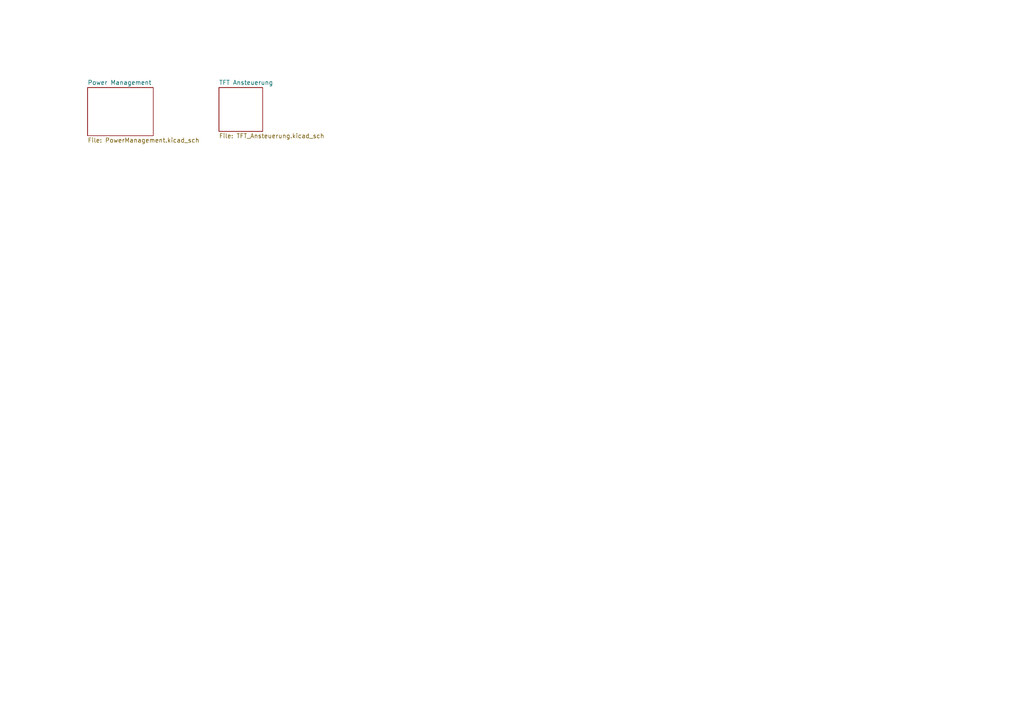
<source format=kicad_sch>
(kicad_sch (version 20230121) (generator eeschema)
  (paper "A4")
  (lib_symbols)
  (sheet (at 25.4 25.4) (size 19.05 13.97) (stroke (width 0.1524))
    (property "Sheetname" "Power Management" (at 25.4 24.6884 0) (effects (justify left bottom)))
    (property "Sheetfile" "PowerManagement.kicad_sch" (at 25.4 39.9546 0) (effects (justify left top)))
  )
  (sheet (at 63.5 25.4) (size 12.7 12.7) (stroke (width 0.1524))
    (property "Sheetname" "TFT Ansteuerung" (at 63.5 24.6884 0) (effects (justify left bottom)))
    (property "Sheetfile" "TFT_Ansteuerung.kicad_sch" (at 63.5 38.6846 0) (effects (justify left top)))
  )
)
</source>
